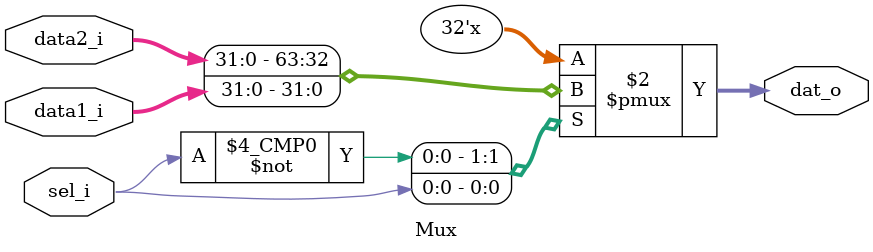
<source format=v>
`timescale 1ns/1ns
module Mux
    (
        input [31:0]        data1_i,
        input [31:0]        data2_i,
        input               sel_i,
        output reg [31:0]   dat_o
    );

        always @(*) begin
            case (sel_i)
                0: dat_o = data2_i;
                1: dat_o = data1_i;
                default: dat_o = data2_i;
            endcase
        end

endmodule

</source>
